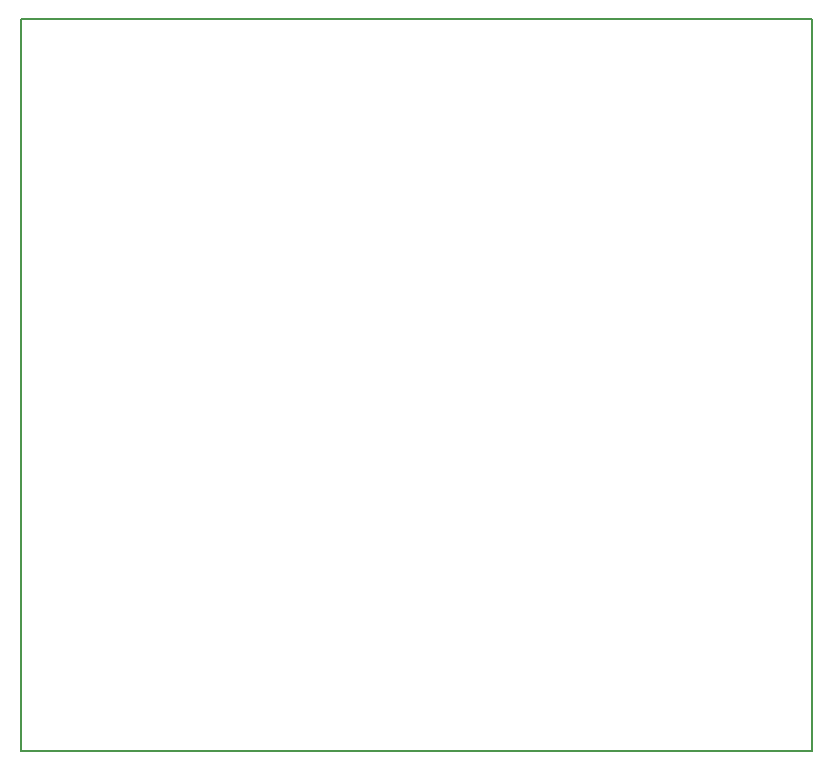
<source format=gbr>
G04 #@! TF.GenerationSoftware,KiCad,Pcbnew,5.0.1-33cea8e~68~ubuntu18.04.1*
G04 #@! TF.CreationDate,2018-11-29T09:05:56+01:00*
G04 #@! TF.ProjectId,Velux,56656C75782E6B696361645F70636200,rev?*
G04 #@! TF.SameCoordinates,Original*
G04 #@! TF.FileFunction,Profile,NP*
%FSLAX46Y46*%
G04 Gerber Fmt 4.6, Leading zero omitted, Abs format (unit mm)*
G04 Created by KiCad (PCBNEW 5.0.1-33cea8e~68~ubuntu18.04.1) date jeu. 29 nov. 2018 09:05:56 CET*
%MOMM*%
%LPD*%
G01*
G04 APERTURE LIST*
%ADD10C,0.200000*%
G04 APERTURE END LIST*
D10*
X199000000Y-106000000D02*
X132000000Y-106000000D01*
X199000000Y-44000000D02*
X199000000Y-106000000D01*
X132000000Y-44000000D02*
X132000000Y-106000000D01*
X132000000Y-44000000D02*
X199000000Y-44000000D01*
M02*

</source>
